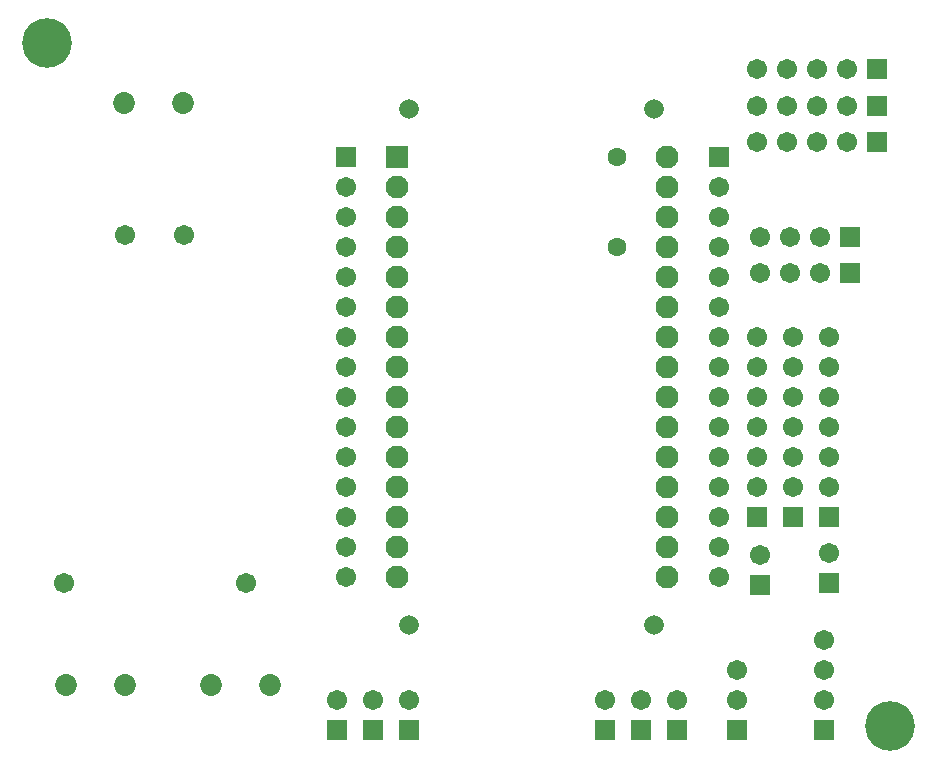
<source format=gbs>
G04*
G04 #@! TF.GenerationSoftware,Altium Limited,Altium Designer,23.1.1 (15)*
G04*
G04 Layer_Color=16711935*
%FSLAX44Y44*%
%MOMM*%
G71*
G04*
G04 #@! TF.SameCoordinates,7520F120-D5D8-497E-858A-6684157EE888*
G04*
G04*
G04 #@! TF.FilePolarity,Negative*
G04*
G01*
G75*
%ADD13C,1.6632*%
%ADD14C,1.9532*%
%ADD15R,1.9532X1.9532*%
%ADD16C,1.7032*%
%ADD17C,1.8532*%
%ADD18R,1.7032X1.7032*%
%ADD19R,1.7032X1.7032*%
%ADD20C,1.6032*%
%ADD21C,4.2032*%
D13*
X803470Y707430D02*
D03*
X596070D02*
D03*
X803470Y1144230D02*
D03*
X595670D02*
D03*
D14*
X814070Y1103630D02*
D03*
Y1078230D02*
D03*
Y1052830D02*
D03*
Y1027430D02*
D03*
Y1002030D02*
D03*
Y976630D02*
D03*
Y951230D02*
D03*
Y925830D02*
D03*
Y900430D02*
D03*
Y875030D02*
D03*
Y849630D02*
D03*
Y824230D02*
D03*
Y798830D02*
D03*
Y773430D02*
D03*
Y748030D02*
D03*
X585470D02*
D03*
Y773430D02*
D03*
Y798830D02*
D03*
Y824230D02*
D03*
Y849630D02*
D03*
Y875030D02*
D03*
Y900430D02*
D03*
Y925830D02*
D03*
Y951230D02*
D03*
Y976630D02*
D03*
Y1002030D02*
D03*
Y1027430D02*
D03*
Y1052830D02*
D03*
Y1078230D02*
D03*
D15*
Y1103630D02*
D03*
D16*
X303600Y743590D02*
D03*
X457600D02*
D03*
X355600Y1037590D02*
D03*
X405600D02*
D03*
X943610Y1036320D02*
D03*
X918210D02*
D03*
X892810D02*
D03*
X943610Y1005840D02*
D03*
X918210D02*
D03*
X892810D02*
D03*
X951230Y849630D02*
D03*
Y824230D02*
D03*
Y875030D02*
D03*
Y900430D02*
D03*
Y925830D02*
D03*
Y951230D02*
D03*
X920750Y849630D02*
D03*
Y824230D02*
D03*
Y875030D02*
D03*
Y900430D02*
D03*
Y925830D02*
D03*
Y951230D02*
D03*
X892810Y767080D02*
D03*
X951230Y768350D02*
D03*
X858520Y748030D02*
D03*
Y773430D02*
D03*
Y798830D02*
D03*
Y824230D02*
D03*
Y849630D02*
D03*
Y875030D02*
D03*
Y900430D02*
D03*
Y925830D02*
D03*
Y951230D02*
D03*
Y976630D02*
D03*
Y1002030D02*
D03*
Y1027430D02*
D03*
Y1052830D02*
D03*
Y1078230D02*
D03*
X890270Y849630D02*
D03*
Y824230D02*
D03*
Y875030D02*
D03*
Y900430D02*
D03*
Y925830D02*
D03*
Y951230D02*
D03*
X822960Y643890D02*
D03*
X966470Y1116330D02*
D03*
X941070D02*
D03*
X915670D02*
D03*
X890270D02*
D03*
X542290Y748030D02*
D03*
Y773430D02*
D03*
Y798830D02*
D03*
Y824230D02*
D03*
Y849630D02*
D03*
Y875030D02*
D03*
Y900430D02*
D03*
Y925830D02*
D03*
Y951230D02*
D03*
Y976630D02*
D03*
Y1002030D02*
D03*
Y1027430D02*
D03*
Y1052830D02*
D03*
Y1078230D02*
D03*
X966470Y1147445D02*
D03*
X941070D02*
D03*
X915670D02*
D03*
X890270D02*
D03*
X966470Y1178560D02*
D03*
X941070D02*
D03*
X915670D02*
D03*
X890270D02*
D03*
X762000Y643890D02*
D03*
X792124D02*
D03*
X595630D02*
D03*
X565150D02*
D03*
X534670D02*
D03*
X947420Y694690D02*
D03*
Y669290D02*
D03*
Y643890D02*
D03*
X873760D02*
D03*
Y669290D02*
D03*
D17*
X404330Y1149350D02*
D03*
X354330D02*
D03*
X477990Y656590D02*
D03*
X427990D02*
D03*
X305600D02*
D03*
X355600D02*
D03*
D18*
X969010Y1036320D02*
D03*
Y1005840D02*
D03*
X991870Y1116330D02*
D03*
Y1147445D02*
D03*
Y1178560D02*
D03*
D19*
X951230Y798830D02*
D03*
X920750D02*
D03*
X892810Y741680D02*
D03*
X951230Y742950D02*
D03*
X858520Y1103630D02*
D03*
X890270Y798830D02*
D03*
X822960Y618490D02*
D03*
X542290Y1103630D02*
D03*
X762000Y618490D02*
D03*
X792124D02*
D03*
X595630D02*
D03*
X565150D02*
D03*
X534670D02*
D03*
X947420D02*
D03*
X873760D02*
D03*
D20*
X772160Y1027430D02*
D03*
Y1103630D02*
D03*
D21*
X289560Y1200150D02*
D03*
X1003300Y622300D02*
D03*
M02*

</source>
